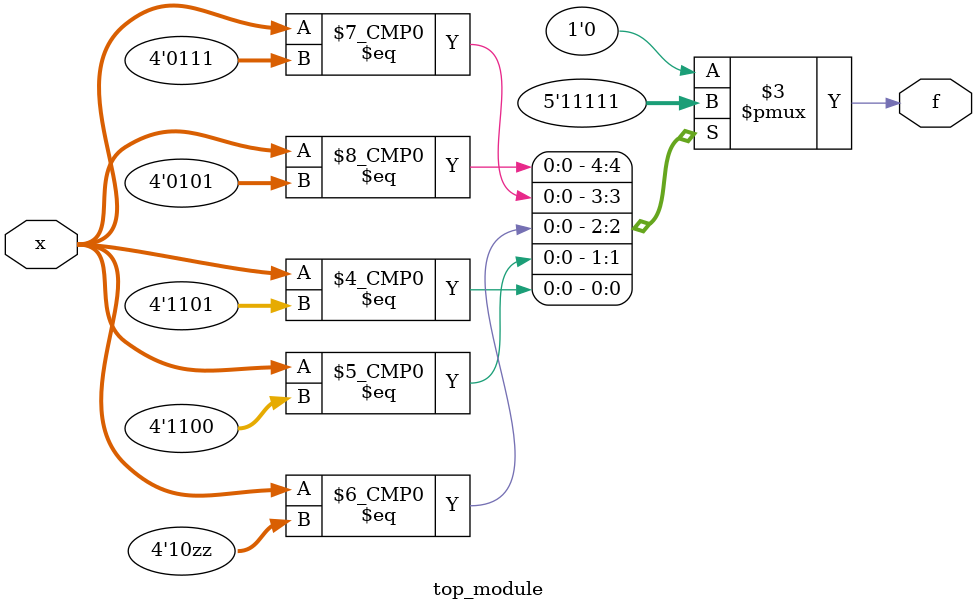
<source format=sv>
module top_module (
	input [4:1] x,
	output logic f
);
	always_comb begin
		case (x)
			4'b00?0: f = 1'b0;
			4'b00?1: f = 1'b0;
			4'b0100: f = 1'b0;
			4'b0101: f = 1'b1;
			4'b0110: f = 1'b0;
			4'b0111: f = 1'b1;
			4'b10??: f = 1'b1;
			4'b1100: f = 1'b1;
			4'b1101: f = 1'b1;
			default: f = 1'b0;
		endcase
	end
endmodule

</source>
